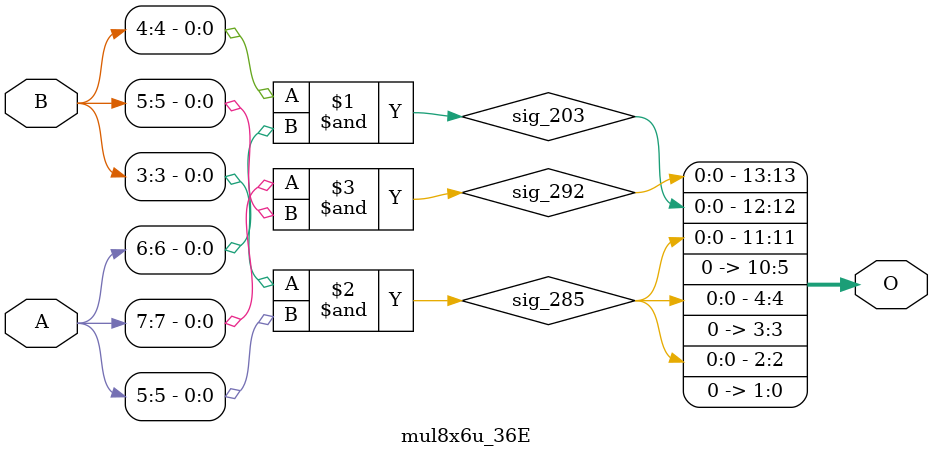
<source format=v>
/***
* This code is a part of EvoApproxLib library (ehw.fit.vutbr.cz/approxlib) distributed under The MIT License.
* When used, please cite the following article(s): V. Mrazek, L. Sekanina, Z. Vasicek "Libraries of Approximate Circuits: Automated Design and Application in CNN Accelerators" IEEE Journal on Emerging and Selected Topics in Circuits and Systems, Vol 10, No 4, 2020 
* This file contains a circuit from a sub-set of pareto optimal circuits with respect to the pwr and mse parameters
***/
// MAE% = 7.98 %
// MAE = 1308 
// WCE% = 30.23 %
// WCE = 4953 
// WCRE% = 707.81 %
// EP% = 98.02 %
// MRE% = 64.72 %
// MSE = 29431.077e2 
// PDK45_PWR = 0.00089 mW
// PDK45_AREA = 7.0 um2
// PDK45_DELAY = 0.04 ns

module mul8x6u_36E (
    A,
    B,
    O
);

input [7:0] A;
input [5:0] B;
output [13:0] O;

wire sig_203,sig_285,sig_292;

assign sig_203 = B[4] & A[6];
assign sig_285 = B[3] & A[5];
assign sig_292 = A[7] & B[5];

assign O[13] = sig_292;
assign O[12] = sig_203;
assign O[11] = sig_285;
assign O[10] = 1'b0;
assign O[9] = 1'b0;
assign O[8] = 1'b0;
assign O[7] = 1'b0;
assign O[6] = 1'b0;
assign O[5] = 1'b0;
assign O[4] = sig_285;
assign O[3] = 1'b0;
assign O[2] = sig_285;
assign O[1] = 1'b0;
assign O[0] = 1'b0;

endmodule



</source>
